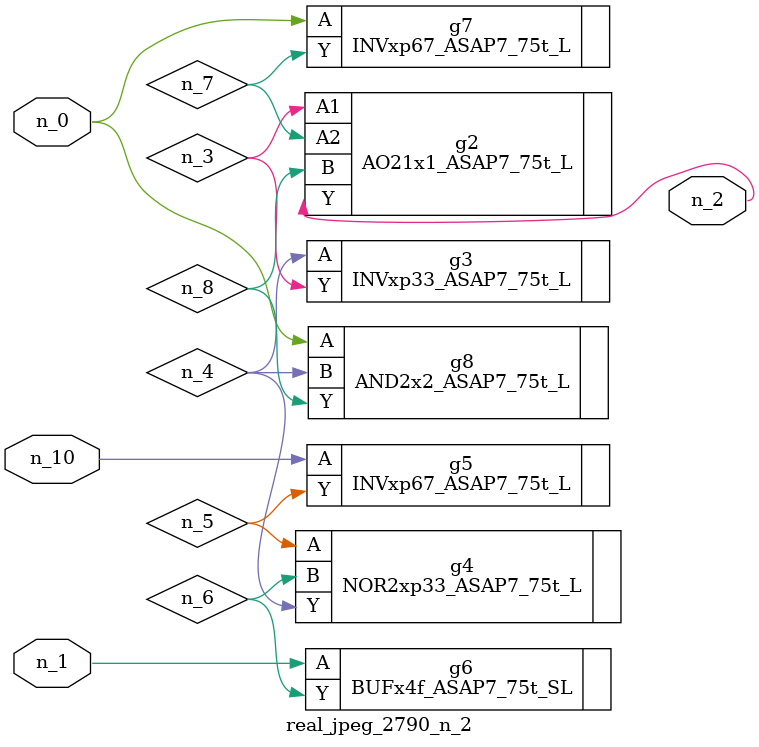
<source format=v>
module real_jpeg_2790_n_2 (n_1, n_10, n_0, n_2);

input n_1;
input n_10;
input n_0;

output n_2;

wire n_5;
wire n_4;
wire n_8;
wire n_6;
wire n_7;
wire n_3;

INVxp67_ASAP7_75t_L g7 ( 
.A(n_0),
.Y(n_7)
);

AND2x2_ASAP7_75t_L g8 ( 
.A(n_0),
.B(n_4),
.Y(n_8)
);

BUFx4f_ASAP7_75t_SL g6 ( 
.A(n_1),
.Y(n_6)
);

AO21x1_ASAP7_75t_L g2 ( 
.A1(n_3),
.A2(n_7),
.B(n_8),
.Y(n_2)
);

INVxp33_ASAP7_75t_L g3 ( 
.A(n_4),
.Y(n_3)
);

NOR2xp33_ASAP7_75t_L g4 ( 
.A(n_5),
.B(n_6),
.Y(n_4)
);

INVxp67_ASAP7_75t_L g5 ( 
.A(n_10),
.Y(n_5)
);


endmodule
</source>
